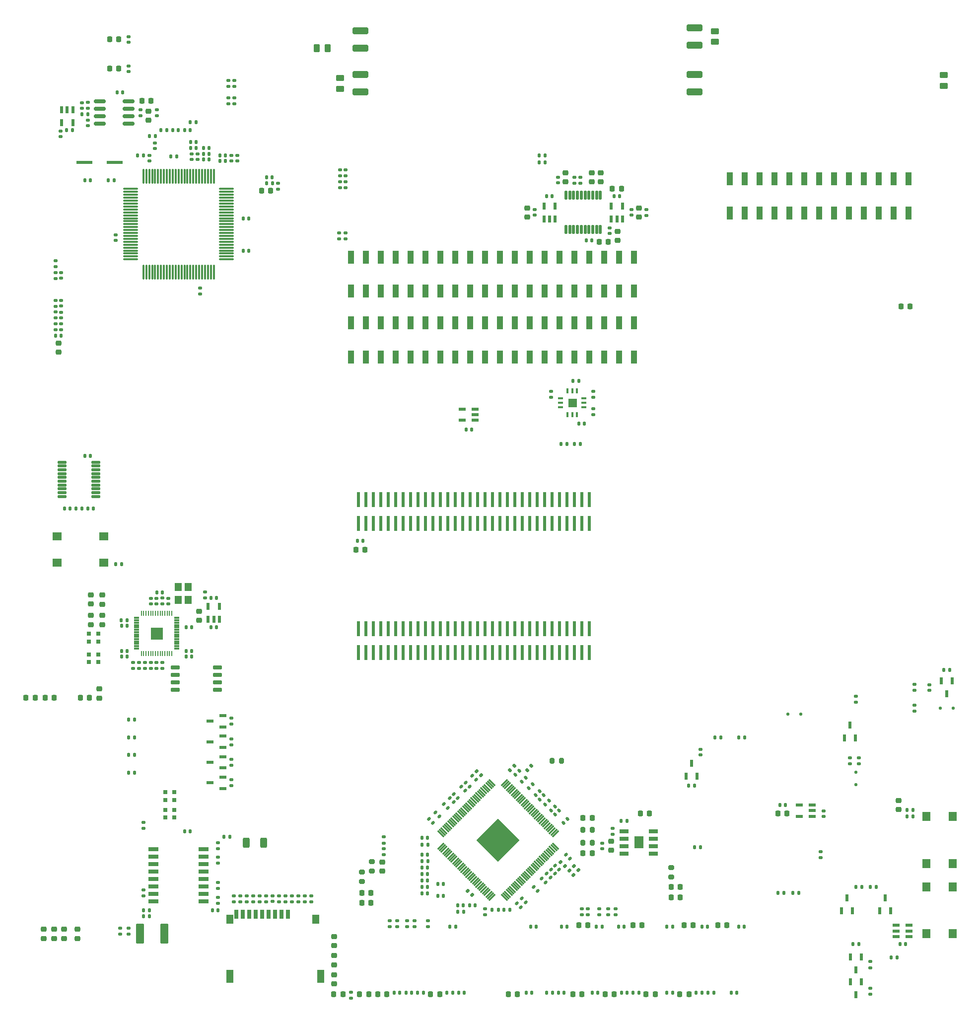
<source format=gtp>
G04 #@! TF.GenerationSoftware,KiCad,Pcbnew,7.0.8*
G04 #@! TF.CreationDate,2023-10-29T22:50:43+01:00*
G04 #@! TF.ProjectId,ITX-Llama,4954582d-4c6c-4616-9d61-2e6b69636164,E*
G04 #@! TF.SameCoordinates,Original*
G04 #@! TF.FileFunction,Paste,Top*
G04 #@! TF.FilePolarity,Positive*
%FSLAX46Y46*%
G04 Gerber Fmt 4.6, Leading zero omitted, Abs format (unit mm)*
G04 Created by KiCad (PCBNEW 7.0.8) date 2023-10-29 22:50:43*
%MOMM*%
%LPD*%
G01*
G04 APERTURE LIST*
G04 Aperture macros list*
%AMRoundRect*
0 Rectangle with rounded corners*
0 $1 Rounding radius*
0 $2 $3 $4 $5 $6 $7 $8 $9 X,Y pos of 4 corners*
0 Add a 4 corners polygon primitive as box body*
4,1,4,$2,$3,$4,$5,$6,$7,$8,$9,$2,$3,0*
0 Add four circle primitives for the rounded corners*
1,1,$1+$1,$2,$3*
1,1,$1+$1,$4,$5*
1,1,$1+$1,$6,$7*
1,1,$1+$1,$8,$9*
0 Add four rect primitives between the rounded corners*
20,1,$1+$1,$2,$3,$4,$5,0*
20,1,$1+$1,$4,$5,$6,$7,0*
20,1,$1+$1,$6,$7,$8,$9,0*
20,1,$1+$1,$8,$9,$2,$3,0*%
%AMRotRect*
0 Rectangle, with rotation*
0 The origin of the aperture is its center*
0 $1 length*
0 $2 width*
0 $3 Rotation angle, in degrees counterclockwise*
0 Add horizontal line*
21,1,$1,$2,0,0,$3*%
G04 Aperture macros list end*
%ADD10C,0.010000*%
%ADD11R,0.600000X1.200000*%
%ADD12RoundRect,0.140000X0.140000X0.170000X-0.140000X0.170000X-0.140000X-0.170000X0.140000X-0.170000X0*%
%ADD13RoundRect,0.140000X-0.140000X-0.170000X0.140000X-0.170000X0.140000X0.170000X-0.140000X0.170000X0*%
%ADD14RoundRect,0.135000X0.135000X0.185000X-0.135000X0.185000X-0.135000X-0.185000X0.135000X-0.185000X0*%
%ADD15RoundRect,0.135000X0.185000X-0.135000X0.185000X0.135000X-0.185000X0.135000X-0.185000X-0.135000X0*%
%ADD16RoundRect,0.140000X0.170000X-0.140000X0.170000X0.140000X-0.170000X0.140000X-0.170000X-0.140000X0*%
%ADD17RoundRect,0.225000X-0.225000X-0.250000X0.225000X-0.250000X0.225000X0.250000X-0.225000X0.250000X0*%
%ADD18RoundRect,0.218750X0.256250X-0.218750X0.256250X0.218750X-0.256250X0.218750X-0.256250X-0.218750X0*%
%ADD19RoundRect,0.200000X0.200000X0.275000X-0.200000X0.275000X-0.200000X-0.275000X0.200000X-0.275000X0*%
%ADD20RoundRect,0.135000X-0.185000X0.135000X-0.185000X-0.135000X0.185000X-0.135000X0.185000X0.135000X0*%
%ADD21R,1.400000X1.600000*%
%ADD22R,1.020000X2.300000*%
%ADD23RoundRect,0.225000X0.250000X-0.225000X0.250000X0.225000X-0.250000X0.225000X-0.250000X-0.225000X0*%
%ADD24RoundRect,0.225000X-0.250000X0.225000X-0.250000X-0.225000X0.250000X-0.225000X0.250000X0.225000X0*%
%ADD25RoundRect,0.140000X-0.021213X0.219203X-0.219203X0.021213X0.021213X-0.219203X0.219203X-0.021213X0*%
%ADD26RoundRect,0.250000X-1.100000X0.325000X-1.100000X-0.325000X1.100000X-0.325000X1.100000X0.325000X0*%
%ADD27R,1.200000X0.600000*%
%ADD28RoundRect,0.135000X-0.135000X-0.185000X0.135000X-0.185000X0.135000X0.185000X-0.135000X0.185000X0*%
%ADD29RoundRect,0.112500X-0.637500X-0.112500X0.637500X-0.112500X0.637500X0.112500X-0.637500X0.112500X0*%
%ADD30RoundRect,0.250000X0.450000X-0.262500X0.450000X0.262500X-0.450000X0.262500X-0.450000X-0.262500X0*%
%ADD31RoundRect,0.225000X0.225000X0.250000X-0.225000X0.250000X-0.225000X-0.250000X0.225000X-0.250000X0*%
%ADD32R,0.700000X1.500000*%
%ADD33R,1.200000X1.600000*%
%ADD34R,1.200000X2.200000*%
%ADD35R,1.600000X1.400000*%
%ADD36RoundRect,0.140000X-0.170000X0.140000X-0.170000X-0.140000X0.170000X-0.140000X0.170000X0.140000X0*%
%ADD37RoundRect,0.140000X0.219203X0.021213X0.021213X0.219203X-0.219203X-0.021213X-0.021213X-0.219203X0*%
%ADD38RoundRect,0.218750X0.218750X0.256250X-0.218750X0.256250X-0.218750X-0.256250X0.218750X-0.256250X0*%
%ADD39RoundRect,0.140000X-0.219203X-0.021213X-0.021213X-0.219203X0.219203X0.021213X0.021213X0.219203X0*%
%ADD40RoundRect,0.135000X-0.035355X0.226274X-0.226274X0.035355X0.035355X-0.226274X0.226274X-0.035355X0*%
%ADD41RoundRect,0.218750X-0.256250X0.218750X-0.256250X-0.218750X0.256250X-0.218750X0.256250X0.218750X0*%
%ADD42RoundRect,0.250000X-0.262500X-0.450000X0.262500X-0.450000X0.262500X0.450000X-0.262500X0.450000X0*%
%ADD43RoundRect,0.250000X0.312500X0.625000X-0.312500X0.625000X-0.312500X-0.625000X0.312500X-0.625000X0*%
%ADD44O,0.370000X0.950000*%
%ADD45O,0.950000X0.370000*%
%ADD46R,0.700000X0.700000*%
%ADD47RoundRect,0.135000X0.226274X0.035355X0.035355X0.226274X-0.226274X-0.035355X-0.035355X-0.226274X0*%
%ADD48RoundRect,0.249999X0.450001X1.450001X-0.450001X1.450001X-0.450001X-1.450001X0.450001X-1.450001X0*%
%ADD49RoundRect,0.125000X-0.125000X0.125000X-0.125000X-0.125000X0.125000X-0.125000X0.125000X0.125000X0*%
%ADD50RoundRect,0.250000X1.100000X-0.325000X1.100000X0.325000X-1.100000X0.325000X-1.100000X-0.325000X0*%
%ADD51RoundRect,0.075000X-1.162500X-0.075000X1.162500X-0.075000X1.162500X0.075000X-1.162500X0.075000X0*%
%ADD52RoundRect,0.075000X-0.075000X-1.162500X0.075000X-1.162500X0.075000X1.162500X-0.075000X1.162500X0*%
%ADD53RoundRect,0.006000X0.414000X0.094000X-0.414000X0.094000X-0.414000X-0.094000X0.414000X-0.094000X0*%
%ADD54RoundRect,0.020000X0.080000X0.400000X-0.080000X0.400000X-0.080000X-0.400000X0.080000X-0.400000X0*%
%ADD55RoundRect,0.125000X0.125000X0.125000X-0.125000X0.125000X-0.125000X-0.125000X0.125000X-0.125000X0*%
%ADD56RoundRect,0.112500X-0.112500X0.637500X-0.112500X-0.637500X0.112500X-0.637500X0.112500X0.637500X0*%
%ADD57R,1.200000X1.400000*%
%ADD58R,1.505000X0.802000*%
%ADD59R,1.567800X2.101200*%
%ADD60RoundRect,0.200000X-0.275000X0.200000X-0.275000X-0.200000X0.275000X-0.200000X0.275000X0.200000X0*%
%ADD61RoundRect,0.135000X-0.226274X-0.035355X-0.035355X-0.226274X0.226274X0.035355X0.035355X0.226274X0*%
%ADD62RoundRect,0.250000X-0.450000X0.262500X-0.450000X-0.262500X0.450000X-0.262500X0.450000X0.262500X0*%
%ADD63RoundRect,0.150000X0.650000X0.150000X-0.650000X0.150000X-0.650000X-0.150000X0.650000X-0.150000X0*%
%ADD64R,0.630000X2.600000*%
%ADD65RoundRect,0.150000X-0.825000X-0.150000X0.825000X-0.150000X0.825000X0.150000X-0.825000X0.150000X0*%
%ADD66R,2.800000X0.600000*%
%ADD67R,1.670000X0.760000*%
%ADD68RoundRect,0.062500X-0.433103X-0.521491X0.521491X0.433103X0.433103X0.521491X-0.521491X-0.433103X0*%
%ADD69RoundRect,0.062500X0.433103X-0.521491X0.521491X-0.433103X-0.433103X0.521491X-0.521491X0.433103X0*%
%ADD70RotRect,5.200000X5.200000X45.000000*%
G04 APERTURE END LIST*
D10*
X92338700Y95854300D02*
X90947300Y95854300D01*
X90947300Y97245700D01*
X92338700Y97245700D01*
X92338700Y95854300D01*
G36*
X92338700Y95854300D02*
G01*
X90947300Y95854300D01*
X90947300Y97245700D01*
X92338700Y97245700D01*
X92338700Y95854300D01*
G37*
X21730000Y56270000D02*
X19770000Y56270000D01*
X19770000Y58230000D01*
X21730000Y58230000D01*
X21730000Y56270000D01*
G36*
X21730000Y56270000D02*
G01*
X19770000Y56270000D01*
X19770000Y58230000D01*
X21730000Y58230000D01*
X21730000Y56270000D01*
G37*
D11*
X86800000Y127900000D03*
X87750000Y127900000D03*
X88700000Y127900000D03*
X88700000Y130100000D03*
X86800000Y130100000D03*
D12*
X36480000Y122500000D03*
X35520000Y122500000D03*
D13*
X14770000Y53250000D03*
X15730000Y53250000D03*
D14*
X121010000Y39500000D03*
X119990000Y39500000D03*
D12*
X62230000Y-4000000D03*
X61270000Y-4000000D03*
X96730000Y7250000D03*
X95770000Y7250000D03*
D13*
X89270000Y-4000000D03*
X90230000Y-4000000D03*
X14770000Y58500000D03*
X15730000Y58500000D03*
D12*
X127980000Y28000000D03*
X127020000Y28000000D03*
D13*
X102020000Y-4000000D03*
X102980000Y-4000000D03*
D15*
X3500000Y108990000D03*
X3500000Y110010000D03*
D16*
X40500000Y11520000D03*
X40500000Y12480000D03*
D17*
X98475000Y133000000D03*
X100025000Y133000000D03*
D15*
X53000000Y133240000D03*
X53000000Y134260000D03*
D18*
X5000000Y5212500D03*
X5000000Y6787500D03*
D19*
X95075000Y23750000D03*
X93425000Y23750000D03*
D12*
X24480000Y143000000D03*
X23520000Y143000000D03*
D13*
X118770000Y-4000000D03*
X119730000Y-4000000D03*
D12*
X36480000Y128000000D03*
X35520000Y128000000D03*
D20*
X95250000Y95510000D03*
X95250000Y94490000D03*
D15*
X98500000Y22990000D03*
X98500000Y24010000D03*
D21*
X156500000Y6000000D03*
X156500000Y14000000D03*
X152000000Y6000000D03*
X152000000Y14000000D03*
D17*
X-1525000Y46250000D03*
X25000Y46250000D03*
D20*
X64750000Y8260000D03*
X64750000Y7240000D03*
D22*
X53870000Y115600000D03*
X53870000Y121400000D03*
X56410000Y115600000D03*
X56410000Y121400000D03*
X58950000Y115600000D03*
X58950000Y121400000D03*
X61490000Y115600000D03*
X61490000Y121400000D03*
X64030000Y115600000D03*
X64030000Y121400000D03*
X66570000Y115600000D03*
X66570000Y121400000D03*
X69110000Y115600000D03*
X69110000Y121400000D03*
X71650000Y115600000D03*
X71650000Y121400000D03*
X74190000Y115600000D03*
X74190000Y121400000D03*
X76730000Y115600000D03*
X76730000Y121400000D03*
X79270000Y115600000D03*
X79270000Y121400000D03*
X81810000Y115600000D03*
X81810000Y121400000D03*
X84350000Y115600000D03*
X84350000Y121400000D03*
X86890000Y115600000D03*
X86890000Y121400000D03*
X89430000Y115600000D03*
X89430000Y121400000D03*
X91970000Y115600000D03*
X91970000Y121400000D03*
X94510000Y115600000D03*
X94510000Y121400000D03*
X97050000Y115600000D03*
X97050000Y121400000D03*
X99590000Y115600000D03*
X99590000Y121400000D03*
X102130000Y115600000D03*
X102130000Y121400000D03*
D12*
X31230000Y10000000D03*
X30270000Y10000000D03*
D17*
X91725000Y-4250000D03*
X93275000Y-4250000D03*
D12*
X90730000Y7250000D03*
X89770000Y7250000D03*
X114730000Y7250000D03*
X113770000Y7250000D03*
D23*
X95000000Y134225000D03*
X95000000Y135775000D03*
D24*
X51000000Y-975000D03*
X51000000Y-2525000D03*
D17*
X58475000Y-4250000D03*
X60025000Y-4250000D03*
D25*
X88673220Y27713422D03*
X87994398Y27034600D03*
D14*
X20510000Y142000000D03*
X19490000Y142000000D03*
D15*
X76750000Y9240000D03*
X76750000Y10260000D03*
D13*
X73520000Y92000000D03*
X74480000Y92000000D03*
D14*
X17010000Y42500000D03*
X15990000Y42500000D03*
D15*
X139000000Y34990000D03*
X139000000Y36010000D03*
X142500000Y-4260000D03*
X142500000Y-3240000D03*
D12*
X4480000Y108000000D03*
X3520000Y108000000D03*
D16*
X152500000Y47540000D03*
X152500000Y48500000D03*
D23*
X9500000Y62225000D03*
X9500000Y63775000D03*
D13*
X63270000Y-4000000D03*
X64230000Y-4000000D03*
D26*
X112500000Y160475000D03*
X112500000Y157525000D03*
D27*
X32100000Y30800000D03*
X29900000Y31750000D03*
X32100000Y32700000D03*
D28*
X23140000Y138550000D03*
X24160000Y138550000D03*
D24*
X99400000Y125775000D03*
X99400000Y124225000D03*
D16*
X96750000Y20520000D03*
X96750000Y21480000D03*
D28*
X148740000Y26000000D03*
X149760000Y26000000D03*
D24*
X28000000Y61025000D03*
X28000000Y59475000D03*
D29*
X4600000Y86425000D03*
X4600000Y85775000D03*
X4600000Y85125000D03*
X4600000Y84475000D03*
X4600000Y83825000D03*
X4600000Y83175000D03*
X4600000Y82525000D03*
X4600000Y81875000D03*
X4600000Y81225000D03*
X4600000Y80575000D03*
X10400000Y80575000D03*
X10400000Y81225000D03*
X10400000Y81875000D03*
X10400000Y82525000D03*
X10400000Y83175000D03*
X10400000Y83825000D03*
X10400000Y84475000D03*
X10400000Y85125000D03*
X10400000Y85775000D03*
X10400000Y86425000D03*
D17*
X108475000Y14000000D03*
X110025000Y14000000D03*
D13*
X31520000Y138750000D03*
X32480000Y138750000D03*
D25*
X84854844Y31531799D03*
X84176022Y30852977D03*
D30*
X155000000Y150587500D03*
X155000000Y152412500D03*
D12*
X66980000Y14000000D03*
X66020000Y14000000D03*
D24*
X19400000Y146275000D03*
X19400000Y144725000D03*
D12*
X26730000Y53250000D03*
X25770000Y53250000D03*
D15*
X19750000Y51240000D03*
X19750000Y52260000D03*
D20*
X59500000Y20520000D03*
X59500000Y19500000D03*
D31*
X40225000Y132700000D03*
X38675000Y132700000D03*
X128275000Y26500000D03*
X126725000Y26500000D03*
D20*
X47100000Y12510000D03*
X47100000Y11490000D03*
D14*
X9010000Y145750000D03*
X7990000Y145750000D03*
D18*
X11500000Y62212500D03*
X11500000Y63787500D03*
D32*
X43140000Y9350000D03*
X42040000Y9350000D03*
X40940000Y9350000D03*
X39840000Y9350000D03*
X38740000Y9350000D03*
X37640000Y9350000D03*
X36540000Y9350000D03*
X35440000Y9350000D03*
X34340000Y9350000D03*
D33*
X33240000Y8500000D03*
D34*
X33240000Y-1200000D03*
D33*
X47920000Y8500000D03*
D34*
X48760000Y-1200000D03*
D14*
X141010000Y14000000D03*
X139990000Y14000000D03*
D31*
X56925000Y-4250000D03*
X55375000Y-4250000D03*
D15*
X3500000Y117740000D03*
X3500000Y118760000D03*
D24*
X84000000Y129775000D03*
X84000000Y128225000D03*
D27*
X32100000Y37800000D03*
X29900000Y38750000D03*
X32100000Y39700000D03*
D14*
X17010000Y33500000D03*
X15990000Y33500000D03*
D13*
X66020000Y19500000D03*
X66980000Y19500000D03*
D35*
X3750000Y69250000D03*
X11750000Y69250000D03*
X3750000Y73750000D03*
X11750000Y73750000D03*
D36*
X17750000Y52230000D03*
X17750000Y51270000D03*
D13*
X98770000Y131750000D03*
X99730000Y131750000D03*
D37*
X87966114Y15579470D03*
X87287292Y16258292D03*
D17*
X55725000Y13000000D03*
X57275000Y13000000D03*
D38*
X3287500Y46250000D03*
X1712500Y46250000D03*
D11*
X144050000Y9900000D03*
X145950000Y9900000D03*
X145000000Y12100000D03*
D16*
X134000000Y19020000D03*
X134000000Y19980000D03*
D11*
X29550000Y59650000D03*
X30500000Y59650000D03*
X31450000Y59650000D03*
X31450000Y61850000D03*
X29550000Y61850000D03*
D36*
X85250000Y129480000D03*
X85250000Y128520000D03*
D28*
X145990000Y2000000D03*
X147010000Y2000000D03*
D25*
X83723473Y32663170D03*
X83044651Y31984348D03*
D13*
X94020000Y124250000D03*
X94980000Y124250000D03*
D39*
X72720892Y31107535D03*
X73399714Y30428713D03*
D40*
X81760624Y34660624D03*
X81039376Y33939376D03*
D25*
X82592102Y33794541D03*
X81913280Y33115719D03*
D15*
X18750000Y51240000D03*
X18750000Y52260000D03*
D41*
X11000000Y47787500D03*
X11000000Y46212500D03*
D12*
X9480000Y134500000D03*
X8520000Y134500000D03*
D15*
X96250000Y9240000D03*
X96250000Y10260000D03*
D14*
X88260000Y-4000000D03*
X87240000Y-4000000D03*
D16*
X20500000Y139870000D03*
X20500000Y140830000D03*
D36*
X19750000Y63230000D03*
X19750000Y62270000D03*
D11*
X140950000Y2100000D03*
X139050000Y2100000D03*
X140000000Y-100000D03*
D28*
X139490000Y4250000D03*
X140510000Y4250000D03*
D20*
X44900000Y12510000D03*
X44900000Y11490000D03*
D31*
X82275000Y-4250000D03*
X80725000Y-4250000D03*
D42*
X48087500Y157000000D03*
X49912500Y157000000D03*
D28*
X148740000Y27100000D03*
X149760000Y27100000D03*
D31*
X19775000Y148000000D03*
X18225000Y148000000D03*
D27*
X132600000Y26050000D03*
X132600000Y27000000D03*
X132600000Y27950000D03*
X130400000Y27950000D03*
X130400000Y26050000D03*
D40*
X84660624Y34660624D03*
X83939376Y33939376D03*
D20*
X3500000Y112010000D03*
X3500000Y110990000D03*
D13*
X28770000Y138000000D03*
X29730000Y138000000D03*
D23*
X103000000Y128225000D03*
X103000000Y129775000D03*
D14*
X90760000Y89500000D03*
X89740000Y89500000D03*
D18*
X3250000Y5212500D03*
X3250000Y6787500D03*
D20*
X88000000Y98510000D03*
X88000000Y97490000D03*
D12*
X30980000Y63250000D03*
X30020000Y63250000D03*
D20*
X18000000Y146510000D03*
X18000000Y145490000D03*
X34000000Y148510000D03*
X34000000Y147490000D03*
D39*
X67205459Y25592102D03*
X67884281Y24913280D03*
D13*
X86020000Y138750000D03*
X86980000Y138750000D03*
D20*
X34000000Y151510000D03*
X34000000Y150490000D03*
D43*
X38962500Y21500000D03*
X36037500Y21500000D03*
D17*
X108475000Y12250000D03*
X110025000Y12250000D03*
D23*
X98250000Y20225000D03*
X98250000Y21775000D03*
D13*
X5420000Y143000000D03*
X6380000Y143000000D03*
D15*
X92000000Y133990000D03*
X92000000Y135010000D03*
D28*
X17490000Y138750000D03*
X18510000Y138750000D03*
D22*
X148970000Y134700000D03*
X148970000Y128900000D03*
X146430000Y134700000D03*
X146430000Y128900000D03*
X143890000Y134700000D03*
X143890000Y128900000D03*
X141350000Y134700000D03*
X141350000Y128900000D03*
X138810000Y134700000D03*
X138810000Y128900000D03*
X136270000Y134700000D03*
X136270000Y128900000D03*
X133730000Y134700000D03*
X133730000Y128900000D03*
X131190000Y134700000D03*
X131190000Y128900000D03*
X128650000Y134700000D03*
X128650000Y128900000D03*
X126110000Y134700000D03*
X126110000Y128900000D03*
X123570000Y134700000D03*
X123570000Y128900000D03*
X121030000Y134700000D03*
X121030000Y128900000D03*
X118490000Y134700000D03*
X118490000Y128900000D03*
D44*
X90843000Y94550000D03*
X91643000Y94550000D03*
X92443000Y94550000D03*
D45*
X93643000Y95750000D03*
X93643000Y96550000D03*
X93643000Y97350000D03*
D44*
X92443000Y98550000D03*
X91643000Y98550000D03*
X90843000Y98550000D03*
D45*
X89643000Y97350000D03*
X89643000Y96550000D03*
X89643000Y95750000D03*
D16*
X33500000Y137770000D03*
X33500000Y138730000D03*
D20*
X33900000Y12510000D03*
X33900000Y11490000D03*
D16*
X4500000Y113020000D03*
X4500000Y113980000D03*
D46*
X22200000Y30150000D03*
X23800000Y30150000D03*
X23800000Y28850000D03*
X22200000Y28850000D03*
D11*
X111050000Y32900000D03*
X112950000Y32900000D03*
X112000000Y35100000D03*
D13*
X55000000Y73000000D03*
X55960000Y73000000D03*
D36*
X26750000Y138980000D03*
X26750000Y138020000D03*
D15*
X31250000Y11240000D03*
X31250000Y12260000D03*
D20*
X31250000Y19065000D03*
X31250000Y18045000D03*
D47*
X90360624Y17539376D03*
X89639376Y18260624D03*
D16*
X13800000Y124220000D03*
X13800000Y125180000D03*
X104250000Y128500000D03*
X104250000Y129460000D03*
D48*
X22050000Y6000000D03*
X17950000Y6000000D03*
D15*
X41600000Y11490000D03*
X41600000Y12510000D03*
D12*
X26730000Y54250000D03*
X25770000Y54250000D03*
D36*
X16000000Y158980000D03*
X16000000Y158020000D03*
D28*
X77990000Y10100000D03*
X79010000Y10100000D03*
D17*
X101975000Y7500000D03*
X103525000Y7500000D03*
D15*
X52000000Y135240000D03*
X52000000Y136260000D03*
D12*
X26730000Y58250000D03*
X25770000Y58250000D03*
D36*
X4500000Y111980000D03*
X4500000Y111020000D03*
D12*
X108730000Y-4000000D03*
X107770000Y-4000000D03*
D49*
X140000000Y33600000D03*
X140000000Y31400000D03*
D13*
X66020000Y22400000D03*
X66980000Y22400000D03*
D12*
X66230000Y-4000000D03*
X65270000Y-4000000D03*
D31*
X95025000Y19800000D03*
X93475000Y19800000D03*
X94275000Y7500000D03*
X92725000Y7500000D03*
D50*
X55500000Y149525000D03*
X55500000Y152475000D03*
D28*
X65990000Y18400000D03*
X67010000Y18400000D03*
D31*
X69025000Y-4250000D03*
X67475000Y-4250000D03*
D36*
X4400000Y142880000D03*
X4400000Y141920000D03*
D13*
X112770000Y-4000000D03*
X113730000Y-4000000D03*
D50*
X55500000Y157025000D03*
X55500000Y159975000D03*
D51*
X16337500Y133000000D03*
X16337500Y132500000D03*
X16337500Y132000000D03*
X16337500Y131500000D03*
X16337500Y131000000D03*
X16337500Y130500000D03*
X16337500Y130000000D03*
X16337500Y129500000D03*
X16337500Y129000000D03*
X16337500Y128500000D03*
X16337500Y128000000D03*
X16337500Y127500000D03*
X16337500Y127000000D03*
X16337500Y126500000D03*
X16337500Y126000000D03*
X16337500Y125500000D03*
X16337500Y125000000D03*
X16337500Y124500000D03*
X16337500Y124000000D03*
X16337500Y123500000D03*
X16337500Y123000000D03*
X16337500Y122500000D03*
X16337500Y122000000D03*
X16337500Y121500000D03*
X16337500Y121000000D03*
D52*
X18500000Y118837500D03*
X19000000Y118837500D03*
X19500000Y118837500D03*
X20000000Y118837500D03*
X20500000Y118837500D03*
X21000000Y118837500D03*
X21500000Y118837500D03*
X22000000Y118837500D03*
X22500000Y118837500D03*
X23000000Y118837500D03*
X23500000Y118837500D03*
X24000000Y118837500D03*
X24500000Y118837500D03*
X25000000Y118837500D03*
X25500000Y118837500D03*
X26000000Y118837500D03*
X26500000Y118837500D03*
X27000000Y118837500D03*
X27500000Y118837500D03*
X28000000Y118837500D03*
X28500000Y118837500D03*
X29000000Y118837500D03*
X29500000Y118837500D03*
X30000000Y118837500D03*
X30500000Y118837500D03*
D51*
X32662500Y121000000D03*
X32662500Y121500000D03*
X32662500Y122000000D03*
X32662500Y122500000D03*
X32662500Y123000000D03*
X32662500Y123500000D03*
X32662500Y124000000D03*
X32662500Y124500000D03*
X32662500Y125000000D03*
X32662500Y125500000D03*
X32662500Y126000000D03*
X32662500Y126500000D03*
X32662500Y127000000D03*
X32662500Y127500000D03*
X32662500Y128000000D03*
X32662500Y128500000D03*
X32662500Y129000000D03*
X32662500Y129500000D03*
X32662500Y130000000D03*
X32662500Y130500000D03*
X32662500Y131000000D03*
X32662500Y131500000D03*
X32662500Y132000000D03*
X32662500Y132500000D03*
X32662500Y133000000D03*
D52*
X30500000Y135162500D03*
X30000000Y135162500D03*
X29500000Y135162500D03*
X29000000Y135162500D03*
X28500000Y135162500D03*
X28000000Y135162500D03*
X27500000Y135162500D03*
X27000000Y135162500D03*
X26500000Y135162500D03*
X26000000Y135162500D03*
X25500000Y135162500D03*
X25000000Y135162500D03*
X24500000Y135162500D03*
X24000000Y135162500D03*
X23500000Y135162500D03*
X23000000Y135162500D03*
X22500000Y135162500D03*
X22000000Y135162500D03*
X21500000Y135162500D03*
X21000000Y135162500D03*
X20500000Y135162500D03*
X20000000Y135162500D03*
X19500000Y135162500D03*
X19000000Y135162500D03*
X18500000Y135162500D03*
D53*
X24185000Y54650000D03*
X24185000Y55050000D03*
X24185000Y55450000D03*
X24185000Y55850000D03*
X24185000Y56250000D03*
X24185000Y56650000D03*
X24185000Y57050000D03*
X24185000Y57450000D03*
X24185000Y57850000D03*
X24185000Y58250000D03*
X24185000Y58650000D03*
X24185000Y59050000D03*
X24185000Y59450000D03*
X24185000Y59850000D03*
D54*
X23350000Y60685000D03*
X22950000Y60685000D03*
X22550000Y60685000D03*
X22150000Y60685000D03*
X21750000Y60685000D03*
X21350000Y60685000D03*
X20950000Y60685000D03*
X20550000Y60685000D03*
X20150000Y60685000D03*
X19750000Y60685000D03*
X19350000Y60685000D03*
X18950000Y60685000D03*
X18550000Y60685000D03*
X18150000Y60685000D03*
D53*
X17315000Y59850000D03*
X17315000Y59450000D03*
X17315000Y59050000D03*
X17315000Y58650000D03*
X17315000Y58250000D03*
X17315000Y57850000D03*
X17315000Y57450000D03*
X17315000Y57050000D03*
X17315000Y56650000D03*
X17315000Y56250000D03*
X17315000Y55850000D03*
X17315000Y55450000D03*
X17315000Y55050000D03*
X17315000Y54650000D03*
D54*
X18150000Y53815000D03*
X18550000Y53815000D03*
X18950000Y53815000D03*
X19350000Y53815000D03*
X19750000Y53815000D03*
X20150000Y53815000D03*
X20550000Y53815000D03*
X20950000Y53815000D03*
X21350000Y53815000D03*
X21750000Y53815000D03*
X22150000Y53815000D03*
X22550000Y53815000D03*
X22950000Y53815000D03*
X23350000Y53815000D03*
D15*
X33000000Y150490000D03*
X33000000Y151510000D03*
D17*
X50975000Y-4250000D03*
X52525000Y-4250000D03*
D39*
X69751043Y28137686D03*
X70429865Y27458864D03*
D13*
X99540000Y7250000D03*
X100500000Y7250000D03*
D16*
X20750000Y51270000D03*
X20750000Y52230000D03*
D14*
X92760000Y100250000D03*
X91740000Y100250000D03*
D13*
X5020000Y78500000D03*
X5980000Y78500000D03*
D15*
X14500000Y5990000D03*
X14500000Y7010000D03*
D12*
X73230000Y-4000000D03*
X72270000Y-4000000D03*
X73080000Y10900000D03*
X72120000Y10900000D03*
D25*
X87683271Y28703372D03*
X87004449Y28024550D03*
D14*
X40510000Y134000000D03*
X39490000Y134000000D03*
D19*
X89825000Y35500000D03*
X88175000Y35500000D03*
D15*
X16000000Y5990000D03*
X16000000Y7010000D03*
D27*
X149100000Y5550000D03*
X149100000Y6500000D03*
X149100000Y7450000D03*
X146900000Y7450000D03*
X146900000Y6500000D03*
X146900000Y5550000D03*
D28*
X91990000Y89500000D03*
X93010000Y89500000D03*
D20*
X18500000Y13510000D03*
X18500000Y12490000D03*
D14*
X113510000Y20750000D03*
X112490000Y20750000D03*
D20*
X42700000Y12510000D03*
X42700000Y11490000D03*
D13*
X87270000Y131750000D03*
X88230000Y131750000D03*
D39*
X71448100Y29834743D03*
X72126922Y29155921D03*
D36*
X16750000Y52230000D03*
X16750000Y51270000D03*
D55*
X156600000Y44500000D03*
X154400000Y44500000D03*
D31*
X111525000Y-4250000D03*
X109975000Y-4250000D03*
D22*
X53870000Y104345000D03*
X53870000Y110145000D03*
X56410000Y104345000D03*
X56410000Y110145000D03*
X58950000Y104345000D03*
X58950000Y110145000D03*
X61490000Y104345000D03*
X61490000Y110145000D03*
X64030000Y104345000D03*
X64030000Y110145000D03*
X66570000Y104345000D03*
X66570000Y110145000D03*
X69110000Y104345000D03*
X69110000Y110145000D03*
X71650000Y104345000D03*
X71650000Y110145000D03*
X74190000Y104345000D03*
X74190000Y110145000D03*
X76730000Y104345000D03*
X76730000Y110145000D03*
X79270000Y104345000D03*
X79270000Y110145000D03*
X81810000Y104345000D03*
X81810000Y110145000D03*
X84350000Y104345000D03*
X84350000Y110145000D03*
X86890000Y104345000D03*
X86890000Y110145000D03*
X89430000Y104345000D03*
X89430000Y110145000D03*
X91970000Y104345000D03*
X91970000Y110145000D03*
X94510000Y104345000D03*
X94510000Y110145000D03*
X97050000Y104345000D03*
X97050000Y110145000D03*
X99590000Y104345000D03*
X99590000Y110145000D03*
X102130000Y104345000D03*
X102130000Y110145000D03*
D30*
X52000000Y150087500D03*
X52000000Y151912500D03*
D19*
X95075000Y21500000D03*
X93425000Y21500000D03*
D13*
X68720000Y14500000D03*
X69680000Y14500000D03*
X8520000Y87500000D03*
X9480000Y87500000D03*
D37*
X87117585Y14730942D03*
X86438763Y15409764D03*
D25*
X89380327Y27006316D03*
X88701505Y26327494D03*
D13*
X68720000Y12500000D03*
X69680000Y12500000D03*
D36*
X140500000Y35980000D03*
X140500000Y35020000D03*
D56*
X96425000Y131900000D03*
X95775000Y131900000D03*
X95125000Y131900000D03*
X94475000Y131900000D03*
X93825000Y131900000D03*
X93175000Y131900000D03*
X92525000Y131900000D03*
X91875000Y131900000D03*
X91225000Y131900000D03*
X90575000Y131900000D03*
X90575000Y126100000D03*
X91225000Y126100000D03*
X91875000Y126100000D03*
X92525000Y126100000D03*
X93175000Y126100000D03*
X93825000Y126100000D03*
X94475000Y126100000D03*
X95125000Y126100000D03*
X95775000Y126100000D03*
X96425000Y126100000D03*
D20*
X142500000Y1260000D03*
X142500000Y240000D03*
D15*
X93000000Y133990000D03*
X93000000Y135010000D03*
D39*
X74559369Y32946012D03*
X75238191Y32267190D03*
D57*
X26100000Y62900000D03*
X26100000Y65100000D03*
X24400000Y65100000D03*
X24400000Y62900000D03*
D16*
X4500000Y109020000D03*
X4500000Y109980000D03*
D21*
X156500000Y18000000D03*
X156500000Y26000000D03*
X152000000Y18000000D03*
X152000000Y26000000D03*
D15*
X53000000Y135240000D03*
X53000000Y136260000D03*
D16*
X101750000Y128520000D03*
X101750000Y129480000D03*
X89250000Y134020000D03*
X89250000Y134980000D03*
D14*
X73110000Y9800000D03*
X72090000Y9800000D03*
D17*
X7725000Y46250000D03*
X9275000Y46250000D03*
D15*
X150000000Y47490000D03*
X150000000Y48510000D03*
D12*
X7980000Y78500000D03*
X7020000Y78500000D03*
D37*
X91239411Y18860589D03*
X90560589Y19539411D03*
D20*
X61750000Y8260000D03*
X61750000Y7240000D03*
X36100000Y12510000D03*
X36100000Y11490000D03*
D12*
X108730000Y7250000D03*
X107770000Y7250000D03*
D15*
X52000000Y133240000D03*
X52000000Y134260000D03*
X21750000Y62240000D03*
X21750000Y63260000D03*
D17*
X103225000Y26500000D03*
X104775000Y26500000D03*
D28*
X126740000Y13000000D03*
X127760000Y13000000D03*
D39*
X68336830Y26723473D03*
X69015652Y26044651D03*
D20*
X29000000Y64260000D03*
X29000000Y63240000D03*
D12*
X29730000Y140000000D03*
X28770000Y140000000D03*
D11*
X137550000Y9900000D03*
X139450000Y9900000D03*
X138500000Y12100000D03*
D12*
X66980000Y15100000D03*
X66020000Y15100000D03*
D16*
X28200000Y115120000D03*
X28200000Y116080000D03*
D11*
X156450000Y49100000D03*
X154550000Y49100000D03*
X155500000Y46900000D03*
D12*
X21730000Y64250000D03*
X20770000Y64250000D03*
D11*
X6450000Y146500000D03*
X5500000Y146500000D03*
X4550000Y146500000D03*
X4550000Y144300000D03*
X6450000Y144300000D03*
D12*
X120980000Y7250000D03*
X120020000Y7250000D03*
D58*
X105495000Y19690000D03*
X105495000Y20960000D03*
X105495000Y22230000D03*
X105495000Y23500000D03*
X100500000Y23500000D03*
X100500000Y22230000D03*
X100500000Y20960000D03*
X100500000Y19690000D03*
D59*
X102997500Y21595000D03*
D28*
X70740000Y7250000D03*
X71760000Y7250000D03*
D15*
X9000000Y146740000D03*
X9000000Y147760000D03*
X99000000Y9240000D03*
X99000000Y10260000D03*
D14*
X117010000Y39500000D03*
X115990000Y39500000D03*
D13*
X74120000Y10900000D03*
X75080000Y10900000D03*
X26520000Y140000000D03*
X27480000Y140000000D03*
D28*
X21490000Y143000000D03*
X22510000Y143000000D03*
D20*
X38300000Y12510000D03*
X38300000Y11490000D03*
D28*
X80000000Y10100000D03*
X81020000Y10100000D03*
D60*
X108500000Y17325000D03*
X108500000Y15675000D03*
D14*
X17010000Y39500000D03*
X15990000Y39500000D03*
D17*
X116475000Y7500000D03*
X118025000Y7500000D03*
D28*
X114740000Y-4000000D03*
X115760000Y-4000000D03*
D15*
X35000000Y11490000D03*
X35000000Y12510000D03*
D37*
X83723473Y11336830D03*
X83044651Y12015652D03*
D27*
X32100000Y41300000D03*
X29900000Y42250000D03*
X32100000Y43200000D03*
D13*
X66020000Y17300000D03*
X66980000Y17300000D03*
D36*
X113500000Y37480000D03*
X113500000Y36520000D03*
D15*
X33000000Y147490000D03*
X33000000Y148510000D03*
D39*
X70740993Y29127636D03*
X71419815Y28448814D03*
D46*
X22200000Y27150000D03*
X23800000Y27150000D03*
X23800000Y25850000D03*
X22200000Y25850000D03*
D17*
X55725000Y11250000D03*
X57275000Y11250000D03*
D37*
X88673220Y16286577D03*
X87994398Y16965399D03*
D13*
X12520000Y134500000D03*
X13480000Y134500000D03*
D12*
X85480000Y7250000D03*
X84520000Y7250000D03*
D14*
X67010000Y21200000D03*
X65990000Y21200000D03*
D31*
X149275000Y113000000D03*
X147725000Y113000000D03*
D15*
X39400000Y11490000D03*
X39400000Y12510000D03*
X33500000Y34740000D03*
X33500000Y35760000D03*
D46*
X9200000Y57150000D03*
X10800000Y57150000D03*
X10800000Y55850000D03*
X9200000Y55850000D03*
D61*
X91139376Y16760624D03*
X91860624Y16039376D03*
D17*
X54725000Y71500000D03*
X56275000Y71500000D03*
D20*
X31250000Y21565000D03*
X31250000Y20545000D03*
D11*
X98300000Y127900000D03*
X99250000Y127900000D03*
X100200000Y127900000D03*
X100200000Y130100000D03*
X98300000Y130100000D03*
D24*
X7250000Y6775000D03*
X7250000Y5225000D03*
D12*
X9980000Y78500000D03*
X9020000Y78500000D03*
D15*
X20800000Y145490000D03*
X20800000Y146510000D03*
D47*
X92660624Y16839376D03*
X91939376Y17560624D03*
D12*
X14980000Y149500000D03*
X14020000Y149500000D03*
D15*
X31250000Y13740000D03*
X31250000Y14760000D03*
D24*
X59250000Y18275000D03*
X59250000Y16725000D03*
D36*
X98000000Y126380000D03*
X98000000Y125420000D03*
D16*
X4500000Y117770000D03*
X4500000Y118730000D03*
D37*
X89380327Y16993684D03*
X88701505Y17672506D03*
D13*
X26520000Y141000000D03*
X27480000Y141000000D03*
D36*
X8000000Y147730000D03*
X8000000Y146770000D03*
D28*
X18490000Y9000000D03*
X19510000Y9000000D03*
D17*
X104225000Y-4250000D03*
X105775000Y-4250000D03*
D36*
X20750000Y63230000D03*
X20750000Y62270000D03*
D20*
X60500000Y8260000D03*
X60500000Y7240000D03*
D12*
X29730000Y139000000D03*
X28770000Y139000000D03*
X148480000Y4250000D03*
X147520000Y4250000D03*
D15*
X33500000Y31240000D03*
X33500000Y32260000D03*
D14*
X15760000Y59500000D03*
X14740000Y59500000D03*
D31*
X98775000Y-4250000D03*
X97225000Y-4250000D03*
D12*
X66980000Y12900000D03*
X66020000Y12900000D03*
D23*
X51000000Y725000D03*
X51000000Y2275000D03*
D15*
X97750000Y9240000D03*
X97750000Y10260000D03*
D16*
X34500000Y137770000D03*
X34500000Y138730000D03*
D15*
X33500000Y38240000D03*
X33500000Y39260000D03*
D20*
X95250000Y98510000D03*
X95250000Y97490000D03*
D31*
X112275000Y7500000D03*
X110725000Y7500000D03*
D60*
X57500000Y18325000D03*
X57500000Y16675000D03*
D13*
X39520000Y135000000D03*
X40480000Y135000000D03*
D28*
X142490000Y14000000D03*
X143510000Y14000000D03*
D16*
X22750000Y62270000D03*
X22750000Y63230000D03*
D47*
X76060624Y33039376D03*
X75339376Y33760624D03*
D12*
X26480000Y143000000D03*
X25520000Y143000000D03*
D50*
X112500000Y149525000D03*
X112500000Y152475000D03*
D15*
X3500000Y119740000D03*
X3500000Y120760000D03*
D13*
X14770000Y54250000D03*
X15730000Y54250000D03*
D24*
X147250000Y28775000D03*
X147250000Y27225000D03*
D27*
X75100000Y93550000D03*
X75100000Y94500000D03*
X75100000Y95450000D03*
X72900000Y95450000D03*
X72900000Y93550000D03*
D13*
X70270000Y-4000000D03*
X71230000Y-4000000D03*
D12*
X33230000Y22555000D03*
X32270000Y22555000D03*
D23*
X96500000Y134225000D03*
X96500000Y135775000D03*
D60*
X55750000Y16575000D03*
X55750000Y14925000D03*
D14*
X14760000Y69000000D03*
X13740000Y69000000D03*
D28*
X154990000Y51000000D03*
X156010000Y51000000D03*
D24*
X1500000Y6775000D03*
X1500000Y5225000D03*
D28*
X99990000Y25250000D03*
X101010000Y25250000D03*
D41*
X11500000Y60287500D03*
X11500000Y58712500D03*
D16*
X21750000Y51270000D03*
X21750000Y52230000D03*
D20*
X140000000Y46510000D03*
X140000000Y45490000D03*
D24*
X9500000Y60275000D03*
X9500000Y58725000D03*
D15*
X33500000Y41740000D03*
X33500000Y42760000D03*
D20*
X63500000Y8260000D03*
X63500000Y7240000D03*
D11*
X138050000Y39400000D03*
X139950000Y39400000D03*
X139000000Y41600000D03*
D37*
X85703372Y13316729D03*
X85024550Y13995551D03*
D15*
X41500000Y132990000D03*
X41500000Y134010000D03*
X53000000Y124490000D03*
X53000000Y125510000D03*
X46000000Y11490000D03*
X46000000Y12510000D03*
D11*
X140950000Y-2150000D03*
X139050000Y-2150000D03*
X140000000Y-4350000D03*
D24*
X51000000Y5525000D03*
X51000000Y3975000D03*
D15*
X93250000Y9240000D03*
X93250000Y10260000D03*
D20*
X59500000Y22510000D03*
X59500000Y21490000D03*
D39*
X73427999Y31814642D03*
X74106821Y31135820D03*
D14*
X17010000Y36500000D03*
X15990000Y36500000D03*
D28*
X18490000Y10000000D03*
X19510000Y10000000D03*
D62*
X116000000Y159912500D03*
X116000000Y158087500D03*
D63*
X31100000Y47595000D03*
X31100000Y48865000D03*
X31100000Y50135000D03*
X31100000Y51405000D03*
X23900000Y51405000D03*
X23900000Y50135000D03*
X23900000Y48865000D03*
X23900000Y47595000D03*
D27*
X32100000Y34300000D03*
X29900000Y35250000D03*
X32100000Y36200000D03*
D13*
X30020000Y58250000D03*
X30980000Y58250000D03*
D41*
X4000000Y106737500D03*
X4000000Y105162500D03*
D64*
X55140000Y53950000D03*
X55140000Y58050000D03*
X56410000Y53950000D03*
X56410000Y58050000D03*
X57680000Y53950000D03*
X57680000Y58050000D03*
X58950000Y53950000D03*
X58950000Y58050000D03*
X60220000Y53950000D03*
X60220000Y58050000D03*
X61490000Y53950000D03*
X61490000Y58050000D03*
X62760000Y53950000D03*
X62760000Y58050000D03*
X64030000Y53950000D03*
X64030000Y58050000D03*
X65300000Y53950000D03*
X65300000Y58050000D03*
X66570000Y53950000D03*
X66570000Y58050000D03*
X67840000Y53950000D03*
X67840000Y58050000D03*
X69110000Y53950000D03*
X69110000Y58050000D03*
X70380000Y53950000D03*
X70380000Y58050000D03*
X71650000Y53950000D03*
X71650000Y58050000D03*
X72920000Y53950000D03*
X72920000Y58050000D03*
X74190000Y53950000D03*
X74190000Y58050000D03*
X75460000Y53950000D03*
X75460000Y58050000D03*
X76730000Y53950000D03*
X76730000Y58050000D03*
X78000000Y53950000D03*
X78000000Y58050000D03*
X79270000Y53950000D03*
X79270000Y58050000D03*
X80540000Y53950000D03*
X80540000Y58050000D03*
X81810000Y53950000D03*
X81810000Y58050000D03*
X83080000Y53950000D03*
X83080000Y58050000D03*
X84350000Y53950000D03*
X84350000Y58050000D03*
X85620000Y53950000D03*
X85620000Y58050000D03*
X86890000Y53950000D03*
X86890000Y58050000D03*
X88160000Y53950000D03*
X88160000Y58050000D03*
X89430000Y53950000D03*
X89430000Y58050000D03*
X90700000Y53950000D03*
X90700000Y58050000D03*
X91970000Y53950000D03*
X91970000Y58050000D03*
X93240000Y53950000D03*
X93240000Y58050000D03*
X94510000Y53950000D03*
X94510000Y58050000D03*
X55140000Y75950000D03*
X55140000Y80050000D03*
X56410000Y75950000D03*
X56410000Y80050000D03*
X57680000Y75950000D03*
X57680000Y80050000D03*
X58950000Y75950000D03*
X58950000Y80050000D03*
X60220000Y75950000D03*
X60220000Y80050000D03*
X61490000Y75950000D03*
X61490000Y80050000D03*
X62760000Y75950000D03*
X62760000Y80050000D03*
X64030000Y75950000D03*
X64030000Y80050000D03*
X65300000Y75950000D03*
X65300000Y80050000D03*
X66570000Y75950000D03*
X66580000Y80050000D03*
X67840000Y75950000D03*
X67840000Y80050000D03*
X69110000Y75950000D03*
X69110000Y80050000D03*
X70380000Y75950000D03*
X70380000Y80050000D03*
X71650000Y75950000D03*
X71650000Y80050000D03*
X72920000Y75950000D03*
X72920000Y80050000D03*
X74190000Y75950000D03*
X74190000Y80050000D03*
X75460000Y75950000D03*
X75460000Y80050000D03*
X76730000Y75950000D03*
X76730000Y80050000D03*
X78000000Y75950000D03*
X78000000Y80050000D03*
X79270000Y75950000D03*
X79270000Y80050000D03*
X80540000Y75950000D03*
X80540000Y80050000D03*
X81810000Y75950000D03*
X81810000Y80050000D03*
X83080000Y75950000D03*
X83080000Y80050000D03*
X84350000Y75950000D03*
X84350000Y80050000D03*
X85620000Y75950000D03*
X85620000Y80050000D03*
X86890000Y75950000D03*
X86890000Y80050000D03*
X88160000Y75950000D03*
X88160000Y80050000D03*
X89430000Y75950000D03*
X89430000Y80050000D03*
X90700000Y75950000D03*
X90700000Y80050000D03*
X91970000Y75950000D03*
X91970000Y80050000D03*
X93240000Y75950000D03*
X93240000Y80050000D03*
X94510000Y75950000D03*
X94510000Y80050000D03*
D16*
X9000000Y143770000D03*
X9000000Y144730000D03*
D23*
X90500000Y134225000D03*
X90500000Y135775000D03*
D28*
X26490000Y144400000D03*
X27510000Y144400000D03*
D12*
X95980000Y-4000000D03*
X95020000Y-4000000D03*
D15*
X43800000Y11490000D03*
X43800000Y12510000D03*
D12*
X66980000Y16200000D03*
X66020000Y16200000D03*
D47*
X74560624Y12639376D03*
X73839376Y13360624D03*
D16*
X53900000Y-4930000D03*
X53900000Y-3970000D03*
D20*
X150000000Y45010000D03*
X150000000Y43990000D03*
X51900000Y125510000D03*
X51900000Y124490000D03*
D46*
X9200000Y53650000D03*
X10800000Y53650000D03*
X10800000Y52350000D03*
X9200000Y52350000D03*
D36*
X19500000Y138730000D03*
X19500000Y137770000D03*
D31*
X14275000Y158500000D03*
X12725000Y158500000D03*
D25*
X90794541Y25592102D03*
X90115719Y24913280D03*
D65*
X11025000Y147905000D03*
X11025000Y146635000D03*
X11025000Y145365000D03*
X11025000Y144095000D03*
X15975000Y144095000D03*
X15975000Y145365000D03*
X15975000Y146635000D03*
X15975000Y147905000D03*
D15*
X37200000Y11490000D03*
X37200000Y12510000D03*
D66*
X13575000Y137500000D03*
X8425000Y137500000D03*
D13*
X31520000Y137750000D03*
X32480000Y137750000D03*
D55*
X130600000Y43500000D03*
X128400000Y43500000D03*
D31*
X14275000Y153500000D03*
X12725000Y153500000D03*
D15*
X3500000Y112990000D03*
X3500000Y114010000D03*
D13*
X86020000Y137500000D03*
X86980000Y137500000D03*
D16*
X134500000Y26020000D03*
X134500000Y26980000D03*
D67*
X28765000Y11555000D03*
X28765000Y12825000D03*
X28765000Y14095000D03*
X28765000Y15365000D03*
X28765000Y16635000D03*
X28765000Y17905000D03*
X28765000Y19175000D03*
X28765000Y20445000D03*
X20235000Y20445000D03*
X20235000Y19175000D03*
X20235000Y17905000D03*
X20235000Y16635000D03*
X20235000Y15365000D03*
X20235000Y14095000D03*
X20235000Y12825000D03*
X20235000Y11555000D03*
D37*
X82874945Y10488302D03*
X82196123Y11167124D03*
D15*
X94300000Y9240000D03*
X94300000Y10260000D03*
D13*
X25520000Y23500000D03*
X26480000Y23500000D03*
D20*
X67000000Y8260000D03*
X67000000Y7240000D03*
D14*
X112510000Y31250000D03*
X111490000Y31250000D03*
D31*
X97775000Y124000000D03*
X96225000Y124000000D03*
D16*
X16000000Y153020000D03*
X16000000Y153980000D03*
D36*
X27750000Y138980000D03*
X27750000Y138020000D03*
D13*
X92770000Y93000000D03*
X93730000Y93000000D03*
D25*
X86056925Y30329717D03*
X85378103Y29650895D03*
X86764032Y29622611D03*
X86085210Y28943789D03*
D12*
X100980000Y-4000000D03*
X100020000Y-4000000D03*
D28*
X129240000Y13000000D03*
X130260000Y13000000D03*
D31*
X95025000Y25750000D03*
X93475000Y25750000D03*
D12*
X84730000Y-4000000D03*
X83770000Y-4000000D03*
D15*
X18500000Y23990000D03*
X18500000Y25010000D03*
D68*
X69197732Y20965856D03*
X69480575Y20683014D03*
X69763418Y20400171D03*
X70046260Y20117328D03*
X70329103Y19834485D03*
X70611946Y19551643D03*
X70894789Y19268800D03*
X71177631Y18985957D03*
X71460474Y18703115D03*
X71743317Y18420272D03*
X72026159Y18137429D03*
X72309002Y17854586D03*
X72591845Y17571744D03*
X72874688Y17288901D03*
X73157530Y17006058D03*
X73440373Y16723216D03*
X73723216Y16440373D03*
X74006058Y16157530D03*
X74288901Y15874688D03*
X74571744Y15591845D03*
X74854586Y15309002D03*
X75137429Y15026159D03*
X75420272Y14743317D03*
X75703115Y14460474D03*
X75985957Y14177631D03*
X76268800Y13894789D03*
X76551643Y13611946D03*
X76834485Y13329103D03*
X77117328Y13046260D03*
X77400171Y12763418D03*
X77683014Y12480575D03*
X77965856Y12197732D03*
D69*
X80034144Y12197732D03*
X80316986Y12480575D03*
X80599829Y12763418D03*
X80882672Y13046260D03*
X81165515Y13329103D03*
X81448357Y13611946D03*
X81731200Y13894789D03*
X82014043Y14177631D03*
X82296885Y14460474D03*
X82579728Y14743317D03*
X82862571Y15026159D03*
X83145414Y15309002D03*
X83428256Y15591845D03*
X83711099Y15874688D03*
X83993942Y16157530D03*
X84276784Y16440373D03*
X84559627Y16723216D03*
X84842470Y17006058D03*
X85125312Y17288901D03*
X85408155Y17571744D03*
X85690998Y17854586D03*
X85973841Y18137429D03*
X86256683Y18420272D03*
X86539526Y18703115D03*
X86822369Y18985957D03*
X87105211Y19268800D03*
X87388054Y19551643D03*
X87670897Y19834485D03*
X87953740Y20117328D03*
X88236582Y20400171D03*
X88519425Y20683014D03*
X88802268Y20965856D03*
D68*
X88802268Y23034144D03*
X88519425Y23316986D03*
X88236582Y23599829D03*
X87953740Y23882672D03*
X87670897Y24165515D03*
X87388054Y24448357D03*
X87105211Y24731200D03*
X86822369Y25014043D03*
X86539526Y25296885D03*
X86256683Y25579728D03*
X85973841Y25862571D03*
X85690998Y26145414D03*
X85408155Y26428256D03*
X85125312Y26711099D03*
X84842470Y26993942D03*
X84559627Y27276784D03*
X84276784Y27559627D03*
X83993942Y27842470D03*
X83711099Y28125312D03*
X83428256Y28408155D03*
X83145414Y28690998D03*
X82862571Y28973841D03*
X82579728Y29256683D03*
X82296885Y29539526D03*
X82014043Y29822369D03*
X81731200Y30105211D03*
X81448357Y30388054D03*
X81165515Y30670897D03*
X80882672Y30953740D03*
X80599829Y31236582D03*
X80316986Y31519425D03*
X80034144Y31802268D03*
D69*
X77965856Y31802268D03*
X77683014Y31519425D03*
X77400171Y31236582D03*
X77117328Y30953740D03*
X76834485Y30670897D03*
X76551643Y30388054D03*
X76268800Y30105211D03*
X75985957Y29822369D03*
X75703115Y29539526D03*
X75420272Y29256683D03*
X75137429Y28973841D03*
X74854586Y28690998D03*
X74571744Y28408155D03*
X74288901Y28125312D03*
X74006058Y27842470D03*
X73723216Y27559627D03*
X73440373Y27276784D03*
X73157530Y26993942D03*
X72874688Y26711099D03*
X72591845Y26428256D03*
X72309002Y26145414D03*
X72026159Y25862571D03*
X71743317Y25579728D03*
X71460474Y25296885D03*
X71177631Y25014043D03*
X70894789Y24731200D03*
X70611946Y24448357D03*
X70329103Y24165515D03*
X70046260Y23882672D03*
X69763418Y23599829D03*
X69480575Y23316986D03*
X69197732Y23034144D03*
D70*
X79000000Y22000000D03*
M02*

</source>
